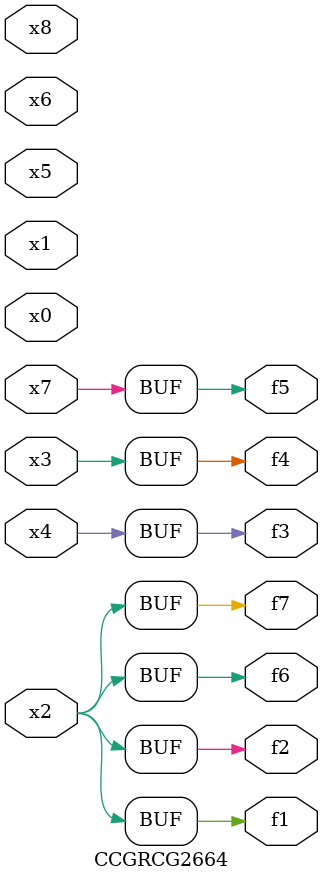
<source format=v>
module CCGRCG2664(
	input x0, x1, x2, x3, x4, x5, x6, x7, x8,
	output f1, f2, f3, f4, f5, f6, f7
);
	assign f1 = x2;
	assign f2 = x2;
	assign f3 = x4;
	assign f4 = x3;
	assign f5 = x7;
	assign f6 = x2;
	assign f7 = x2;
endmodule

</source>
